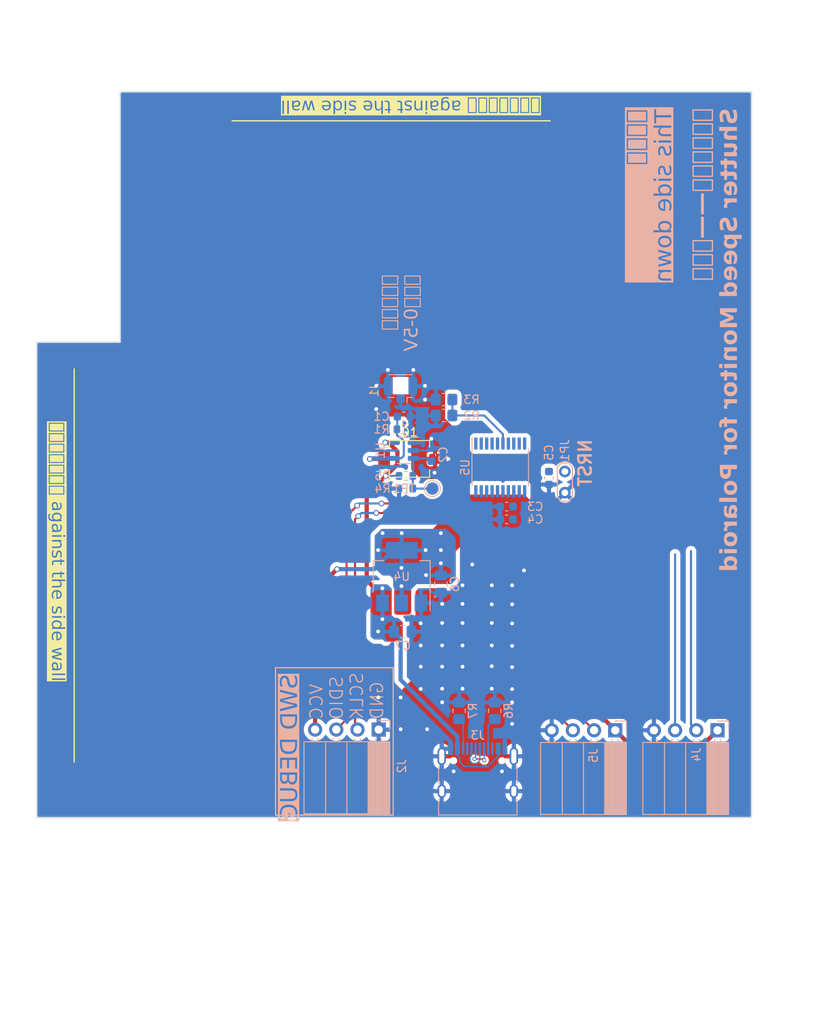
<source format=kicad_pcb>
(kicad_pcb (version 20221018) (generator pcbnew)
  (layers (0 "F.Cu" signal) (31 "B.Cu" signal) (34 "B.Paste" user) (35 "F.Paste" user) (36 "B.SilkS" user "B.Silkscreen") (37 "F.SilkS" user "F.Silkscreen") (38 "B.Mask" user) (39 "F.Mask" user) (44 "Edge.Cuts" user))
  (net 0 "")
  (net 1 "Net-(D1-K)")
  (net 2 "Net-(U1-+)")
  (net 3 "GND")
  (net 4 "+5V")
  (net 5 "+3.3V")
  (net 6 "/UART2_TX")
  (net 7 "/UART2_RX")
  (net 8 "/SWDIO")
  (net 9 "/SWCLK")
  (net 10 "/NRST")
  (net 11 "/I2C2_SCL")
  (net 12 "/I2C2_SDA")
  (net 13 "/Light_out")
  (net 14 "/USB+")
  (net 15 "/USB-")
  (net 18 "Net-(J3-CC1)")
  (net 19 "Net-(J3-CC2)")
  (net 25 "/ADC1_IN0")
  (net 26 "/ADC1_IN1")
  (footprint "OptoDevice:Osram_SFH2440" (layer "F.Cu") (at 94.8 89.4)
    (fp_text reference "D1" (at 0.01 -3.2) (layer "F.SilkS"))
    (fp_text value "SFH2440")
    (pad "1" smd roundrect locked (at -3.05 0 180) (size 1.4 2) (layers "F.Cu" "F.Mask") (roundrect_rratio 0.125) (net 1 "Net-(D1-K)"))
    (pad "2" smd roundrect locked (at 3.05 0 180) (size 1.4 1.2) (layers "F.Cu" "F.Mask") (roundrect_rratio 0.125) (net 3 "GND"))
  )
  (footprint "Package_SO:TSSOP-20_4.4x6.5mm_P0.65mm" (layer "B.Cu") (at 105.664 90.424 -90)
    (fp_text reference "U5" (at 0 4.2 90) (layer "B.SilkS") (effects (justify mirror)))
    (fp_text value "STM32F070F6Px")
    (pad "1" smd roundrect (at -2.8625 2.925 270) (size 1.475 0.4) (layers "B.Cu" "B.Paste" "B.Mask"))
    (pad "2" smd roundrect (at -2.8625 2.275 270) (size 1.475 0.4) (layers "B.Cu" "B.Paste" "B.Mask") (net 12 "/I2C2_SDA"))
    (pad "3" smd roundrect (at -2.8625 1.625 270) (size 1.475 0.4) (layers "B.Cu" "B.Paste" "B.Mask") (net 11 "/I2C2_SCL"))
    (pad "4" smd roundrect (at -2.8625 0.975 270) (size 1.475 0.4) (layers "B.Cu" "B.Paste" "B.Mask") (net 10 "/NRST"))
    (pad "5" smd roundrect (at -2.8625 0.325 270) (size 1.475 0.4) (layers "B.Cu" "B.Paste" "B.Mask"))
    (pad "6" smd roundrect (at -2.8625 -0.325 270) (size 1.475 0.4) (layers "B.Cu" "B.Paste" "B.Mask") (net 25 "/ADC1_IN0"))
    (pad "7" smd roundrect (at -2.8625 -0.975 270) (size 1.475 0.4) (layers "B.Cu" "B.Paste" "B.Mask") (net 26 "/ADC1_IN1"))
    (pad "8" smd roundrect (at -2.8625 -1.625 270) (size 1.475 0.4) (layers "B.Cu" "B.Paste" "B.Mask") (net 6 "/UART2_TX"))
    (pad "9" smd roundrect (at -2.8625 -2.275 270) (size 1.475 0.4) (layers "B.Cu" "B.Paste" "B.Mask") (net 7 "/UART2_RX"))
    (pad "10" smd roundrect (at -2.8625 -2.925 270) (size 1.475 0.4) (layers "B.Cu" "B.Paste" "B.Mask"))
    (pad "11" smd roundrect (at 2.8625 -2.925 270) (size 1.475 0.4) (layers "B.Cu" "B.Paste" "B.Mask"))
    (pad "12" smd roundrect (at 2.8625 -2.275 270) (size 1.475 0.4) (layers "B.Cu" "B.Paste" "B.Mask"))
    (pad "13" smd roundrect (at 2.8625 -1.625 270) (size 1.475 0.4) (layers "B.Cu" "B.Paste" "B.Mask"))
    (pad "14" smd roundrect (at 2.8625 -0.975 270) (size 1.475 0.4) (layers "B.Cu" "B.Paste" "B.Mask"))
    (pad "15" smd roundrect (at 2.8625 -0.325 270) (size 1.475 0.4) (layers "B.Cu" "B.Paste" "B.Mask") (net 3 "GND"))
    (pad "16" smd roundrect (at 2.8625 0.325 270) (size 1.475 0.4) (layers "B.Cu" "B.Paste" "B.Mask") (net 5 "+3.3V"))
    (pad "17" smd roundrect (at 2.8625 0.975 270) (size 1.475 0.4) (layers "B.Cu" "B.Paste" "B.Mask") (net 15 "/USB-"))
    (pad "18" smd roundrect (at 2.8625 1.625 270) (size 1.475 0.4) (layers "B.Cu" "B.Paste" "B.Mask") (net 14 "/USB+"))
    (pad "19" smd roundrect (at 2.8625 2.275 270) (size 1.475 0.4) (layers "B.Cu" "B.Paste" "B.Mask") (net 8 "/SWDIO"))
    (pad "20" smd roundrect (at 2.8625 2.925 270) (size 1.475 0.4) (layers "B.Cu" "B.Paste" "B.Mask") (net 9 "/SWCLK"))
  )
  (footprint "Resistor_SMD:R_0603_1608Metric" (layer "B.Cu") (at 94.361 92.964)
    (fp_text reference "R4" (at -2.794 0) (layer "B.SilkS") (effects (justify mirror)))
    (fp_text value "330k")
    (pad "1" smd roundrect (at -0.825 0) (size 0.8 0.95) (layers "B.Cu" "B.Paste" "B.Mask") (net 3 "GND"))
    (pad "2" smd roundrect (at 0.825 0) (size 0.8 0.95) (layers "B.Cu" "B.Paste" "B.Mask") (net 2 "Net-(U1-+)"))
  )
  (footprint "Capacitor_SMD:C_0805_2012Metric_Pad1.18x1.45mm_HandSolder" (layer "B.Cu") (at 98.552 104.394 -90)
    (fp_text reference "C6" (at 0 -1.651 90) (layer "B.SilkS") (effects (justify mirror)))
    (fp_text value "22uF")
    (pad "1" smd roundrect (at -1.0375 0 270) (size 1.175 1.45) (layers "B.Cu" "B.Paste" "B.Mask") (roundrect_rratio 0.212766) (net 5 "+3.3V"))
    (pad "2" smd roundrect (at 1.0375 0 270) (size 1.175 1.45) (layers "B.Cu" "B.Paste" "B.Mask") (roundrect_rratio 0.212766) (net 3 "GND"))
  )
  (footprint "Capacitor_SMD:C_0603_1608Metric" (layer "B.Cu") (at 94.107 84.328)
    (fp_text reference "C1" (at -2.667 0) (layer "B.SilkS") (effects (justify mirror)))
    (fp_text value "(0.7pF)")
    (pad "1" smd roundrect (at -0.775 0) (size 0.9 0.95) (layers "B.Cu" "B.Paste" "B.Mask") (net 1 "Net-(D1-K)"))
    (pad "2" smd roundrect (at 0.775 0) (size 0.9 0.95) (layers "B.Cu" "B.Paste" "B.Mask") (net 13 "/Light_out"))
  )
  (footprint "TestPoint:TestPoint_Pad_D1.5mm" (layer "B.Cu") (at 97.536 92.964 90)
    (fp_text reference "TP1" (at 0 -3.429 180) (layer "B.SilkS") (effects (justify mirror)))
    (fp_text value "REF0")
    (pad "1" smd circle (at 0 0 90) (size 1.5 1.5) (layers "B.Cu" "B.Mask") (net 2 "Net-(U1-+)"))
  )
  (footprint "Connector_PinSocket_2.54mm:PinSocket_1x04_P2.54mm_Horizontal" (layer "B.Cu") (at 131.699 121.92 90)
    (fp_text reference "J4" (at -2.921 -2.54 90) (layer "B.SilkS") (effects (justify mirror)))
    (fp_text value "Conn_01x04_Socket")
    (pad "1" thru_hole rect (at 0 0 90) (size 1.7 1.7) (drill 1) (layers "*.Cu" "*.Mask") (net 5 "+3.3V"))
    (pad "2" thru_hole oval (at 0 -2.54 90) (size 1.7 1.7) (drill 1) (layers "*.Cu" "*.Mask") (net 11 "/I2C2_SCL"))
    (pad "3" thru_hole oval (at 0 -5.08 90) (size 1.7 1.7) (drill 1) (layers "*.Cu" "*.Mask") (net 12 "/I2C2_SDA"))
    (pad "4" thru_hole oval (at 0 -7.62 90) (size 1.7 1.7) (drill 1) (layers "*.Cu" "*.Mask") (net 3 "GND"))
  )
  (footprint "Capacitor_SMD:C_0603_1608Metric" (layer "B.Cu") (at 106.426 96.647 180)
    (fp_text reference "C4" (at -3.429 0) (layer "B.SilkS") (effects (justify mirror)))
    (fp_text value "4.7uF")
    (pad "1" smd roundrect (at -0.775 0 180) (size 0.9 0.95) (layers "B.Cu" "B.Paste" "B.Mask") (net 5 "+3.3V"))
    (pad "2" smd roundrect (at 0.775 0 180) (size 0.9 0.95) (layers "B.Cu" "B.Paste" "B.Mask") (net 3 "GND"))
  )
  (footprint "Connector_Coaxial:U.FL_Hirose_U.FL-R-SMT-1_Vertical" (layer "B.Cu") (at 93.726 81.153 90)
    (fp_text reference "J1" (at 0 -3.175 270) (layer "B.SilkS") (effects (justify mirror)))
    (fp_text value "Conn_Coaxial")
    (pad "1" smd roundrect (at -1.05 0 90) (size 1.05 1) (layers "B.Cu" "B.Paste" "B.Mask") (net 13 "/Light_out"))
    (pad "2" smd roundrect (at 0.475 -1.475 90) (size 2.2 1.05) (layers "B.Cu" "B.Paste" "B.Mask") (roundrect_rratio 0.2380952381) (net 3 "GND"))
    (pad "2" smd roundrect (at 0.475 1.475 90) (size 2.2 1.05) (layers "B.Cu" "B.Paste" "B.Mask") (roundrect_rratio 0.2380952381) (net 3 "GND"))
    (zone (net 0) (net_name "") (layers "*.Cu") (connect_pads (clearance 0)) (min_thickness 0.25)
      (keepout (tracks not_allowed) (vias not_allowed) (pads not_allowed) (copperpour not_allowed) (footprints allowed))
      (fill (thermal_gap 0.5) (thermal_bridge_width 0.5))
      (polygon (pts (xy 94.676 79.578) (xy 94.676 81.668) (xy 92.776 81.668) (xy 92.776 79.578)))
    )
  )
  (footprint "Connector_PinSocket_2.54mm:PinSocket_1x04_P2.54mm_Horizontal" (layer "B.Cu") (at 91.099 121.838 90)
    (fp_text reference "J2" (at -4.38 2.77 90) (layer "B.SilkS") (effects (justify mirror)))
    (fp_text value "Conn_01x04_Socket")
    (pad "1" thru_hole rect (at 0 0 90) (size 1.7 1.7) (drill 1) (layers "*.Cu" "*.Mask") (net 3 "GND"))
    (pad "2" thru_hole oval (at 0 -2.54 90) (size 1.7 1.7) (drill 1) (layers "*.Cu" "*.Mask") (net 9 "/SWCLK"))
    (pad "3" thru_hole oval (at 0 -5.08 90) (size 1.7 1.7) (drill 1) (layers "*.Cu" "*.Mask") (net 8 "/SWDIO"))
    (pad "4" thru_hole oval (at 0 -7.62 90) (size 1.7 1.7) (drill 1) (layers "*.Cu" "*.Mask") (net 5 "+3.3V"))
  )
  (footprint "Connector_PinSocket_2.54mm:PinSocket_1x04_P2.54mm_Horizontal" (layer "B.Cu") (at 119.449 121.92 90)
    (fp_text reference "J5" (at -3.048 -2.609 90) (layer "B.SilkS") (effects (justify mirror)))
    (fp_text value "Conn_01x04_Socket")
    (pad "1" thru_hole rect (at 0 0 90) (size 1.7 1.7) (drill 1) (layers "*.Cu" "*.Mask") (net 5 "+3.3V"))
    (pad "2" thru_hole oval (at 0 -2.54 90) (size 1.7 1.7) (drill 1) (layers "*.Cu" "*.Mask") (net 6 "/UART2_TX"))
    (pad "3" thru_hole oval (at 0 -5.08 90) (size 1.7 1.7) (drill 1) (layers "*.Cu" "*.Mask") (net 7 "/UART2_RX"))
    (pad "4" thru_hole oval (at 0 -7.62 90) (size 1.7 1.7) (drill 1) (layers "*.Cu" "*.Mask") (net 3 "GND"))
  )
  (footprint "Capacitor_SMD:C_0603_1608Metric" (layer "B.Cu") (at 106.426 95.123 180)
    (fp_text reference "C3" (at -3.429 0) (layer "B.SilkS") (effects (justify mirror)))
    (fp_text value "100nF")
    (pad "1" smd roundrect (at -0.775 0 180) (size 0.9 0.95) (layers "B.Cu" "B.Paste" "B.Mask") (net 5 "+3.3V"))
    (pad "2" smd roundrect (at 0.775 0 180) (size 0.9 0.95) (layers "B.Cu" "B.Paste" "B.Mask") (net 3 "GND"))
  )
  (footprint "Resistor_SMD:R_0805_2012Metric_Pad1.20x1.40mm_HandSolder" (layer "B.Cu") (at 105.0036 119.5832 90)
    (fp_text reference "R6" (at 0 1.65 90) (layer "B.SilkS") (effects (justify mirror)))
    (fp_text value "1k")
    (pad "1" smd roundrect (at -1 0 90) (size 1.2 1.4) (layers "B.Cu" "B.Paste" "B.Mask") (roundrect_rratio 0.208333) (net 18 "Net-(J3-CC1)"))
    (pad "2" smd roundrect (at 1 0 90) (size 1.2 1.4) (layers "B.Cu" "B.Paste" "B.Mask") (roundrect_rratio 0.208333) (net 3 "GND"))
  )
  (footprint "TestPoint:TestPoint_2Pads_Pitch2.54mm_Drill0.8mm" (layer "B.Cu") (at 113.411 93.452 90)
    (fp_text reference "JP1" (at 5.06 0 90) (layer "B.SilkS") (effects (justify mirror)))
    (fp_text value "Jumper_2_Open")
    (pad "1" thru_hole circle (at 0 0 90) (size 1.4 1.4) (drill 0.8) (layers "*.Cu" "*.Mask") (net 3 "GND"))
    (pad "2" thru_hole circle (at 2.54 0 90) (size 1.4 1.4) (drill 0.8) (layers "*.Cu" "*.Mask") (net 10 "/NRST"))
  )
  (footprint "Connector_USB:USB_C_Receptacle_HRO_TYPE-C-31-M-12" (layer "B.Cu") (at 102.9716 128.1684 180)
    (fp_text reference "J3" (at 0 5.645) (layer "B.SilkS") (effects (justify mirror)))
    (fp_text value "USB_C_Receptacle_USB2.0")
    (pad "" np_thru_hole circle (at -2.89 2.6 180) (size 0.65 0.65) (drill 0.65) (layers "*.Cu" "*.Mask"))
    (pad "" np_thru_hole circle (at 2.89 2.6 180) (size 0.65 0.65) (drill 0.65) (layers "*.Cu" "*.Mask"))
    (pad "A1" smd rect (at -3.25 4.045 180) (size 0.6 1.45) (layers "B.Cu" "B.Paste" "B.Mask") (net 3 "GND"))
    (pad "A4" smd rect (at -2.45 4.045 180) (size 0.6 1.45) (layers "B.Cu" "B.Paste" "B.Mask") (net 4 "+5V"))
    (pad "A5" smd rect (at -1.25 4.045 180) (size 0.3 1.45) (layers "B.Cu" "B.Paste" "B.Mask") (net 18 "Net-(J3-CC1)"))
    (pad "A6" smd rect (at -0.25 4.045 180) (size 0.3 1.45) (layers "B.Cu" "B.Paste" "B.Mask") (net 14 "/USB+"))
    (pad "A7" smd rect (at 0.25 4.045 180) (size 0.3 1.45) (layers "B.Cu" "B.Paste" "B.Mask") (net 15 "/USB-"))
    (pad "A8" smd rect (at 1.25 4.045 180) (size 0.3 1.45) (layers "B.Cu" "B.Paste" "B.Mask"))
    (pad "A9" smd rect (at 2.45 4.045 180) (size 0.6 1.45) (layers "B.Cu" "B.Paste" "B.Mask") (net 4 "+5V"))
    (pad "A12" smd rect (at 3.25 4.045 180) (size 0.6 1.45) (layers "B.Cu" "B.Paste" "B.Mask") (net 3 "GND"))
    (pad "B1" smd rect (at 3.25 4.045 180) (size 0.6 1.45) (layers "B.Cu" "B.Paste" "B.Mask") (net 3 "GND"))
    (pad "B4" smd rect (at 2.45 4.045 180) (size 0.6 1.45) (layers "B.Cu" "B.Paste" "B.Mask") (net 4 "+5V"))
    (pad "B5" smd rect (at 1.75 4.045 180) (size 0.3 1.45) (layers "B.Cu" "B.Paste" "B.Mask") (net 19 "Net-(J3-CC2)"))
    (pad "B6" smd rect (at 0.75 4.045 180) (size 0.3 1.45) (layers "B.Cu" "B.Paste" "B.Mask") (net 14 "/USB+"))
    (pad "B7" smd rect (at -0.75 4.045 180) (size 0.3 1.45) (layers "B.Cu" "B.Paste" "B.Mask") (net 15 "/USB-"))
    (pad "B8" smd rect (at -1.75 4.045 180) (size 0.3 1.45) (layers "B.Cu" "B.Paste" "B.Mask"))
    (pad "B9" smd rect (at -2.45 4.045 180) (size 0.6 1.45) (layers "B.Cu" "B.Paste" "B.Mask") (net 4 "+5V"))
    (pad "B12" smd rect (at -3.25 4.045 180) (size 0.6 1.45) (layers "B.Cu" "B.Paste" "B.Mask") (net 3 "GND"))
    (pad "S1" thru_hole oval (at -4.32 -1.05 180) (size 1 1.6) (drill oval 0.6 1.2) (layers "*.Cu" "*.Mask") (net 3 "GND"))
    (pad "S1" thru_hole oval (at -4.32 3.13 180) (size 1 2.1) (drill oval 0.6 1.7) (layers "*.Cu" "*.Mask") (net 3 "GND"))
    (pad "S1" thru_hole oval (at 4.32 -1.05 180) (size 1 1.6) (drill oval 0.6 1.2) (layers "*.Cu" "*.Mask") (net 3 "GND"))
    (pad "S1" thru_hole oval (at 4.32 3.13 180) (size 1 2.1) (drill oval 0.6 1.7) (layers "*.Cu" "*.Mask") (net 3 "GND"))
  )
  (footprint "Resistor_SMD:R_0603_1608Metric" (layer "B.Cu") (at 94.107 85.852)
    (fp_text reference "R1" (at -2.667 0) (layer "B.SilkS") (effects (justify mirror)))
    (fp_text value "(240k)")
    (pad "1" smd roundrect (at -0.825 0) (size 0.8 0.95) (layers "B.Cu" "B.Paste" "B.Mask") (net 1 "Net-(D1-K)"))
    (pad "2" smd roundrect (at 0.825 0) (size 0.8 0.95) (layers "B.Cu" "B.Paste" "B.Mask") (net 13 "/Light_out"))
  )
  (footprint "Capacitor_SMD:C_0805_2012Metric_Pad1.18x1.45mm_HandSolder" (layer "B.Cu") (at 93.98 110.109)
    (fp_text reference "C7" (at 0 1.68) (layer "B.SilkS") (effects (justify mirror)))
    (fp_text value "22uF")
    (pad "1" smd roundrect (at -1.0375 0) (size 1.175 1.45) (layers "B.Cu" "B.Paste" "B.Mask") (roundrect_rratio 0.212766) (net 4 "+5V"))
    (pad "2" smd roundrect (at 1.0375 0) (size 1.175 1.45) (layers "B.Cu" "B.Paste" "B.Mask") (roundrect_rratio 0.212766) (net 3 "GND"))
  )
  (footprint "Package_TO_SOT_SMD:SOT-223-3_TabPin2" (layer "B.Cu") (at 93.853 103.505 90)
    (fp_text reference "U4" (at 0 0 180) (layer "B.SilkS") (effects (justify mirror)))
    (fp_text value "AMS1117-3.3")
    (pad "1" smd rect (at -3.15 2.3 90) (size 2 1.5) (layers "B.Cu" "B.Paste" "B.Mask") (net 3 "GND"))
    (pad "2" smd rect (at -3.15 0 90) (size 2 1.5) (layers "B.Cu" "B.Paste" "B.Mask") (net 5 "+3.3V"))
    (pad "2" smd rect (at 3.15 0 90) (size 2 3.8) (layers "B.Cu" "B.Paste" "B.Mask") (net 5 "+3.3V"))
    (pad "3" smd rect (at -3.15 -2.3 90) (size 2 1.5) (layers "B.Cu" "B.Paste" "B.Mask") (net 4 "+5V"))
  )
  (footprint "Capacitor_SMD:C_0603_1608Metric" (layer "B.Cu") (at 97.409 88.9 90)
    (fp_text reference "C2" (at 0 1.43 90) (layer "B.SilkS") (effects (justify mirror)))
    (fp_text value "1uF")
    (pad "1" smd roundrect (at -0.775 0 90) (size 0.9 0.95) (layers "B.Cu" "B.Paste" "B.Mask") (net 2 "Net-(U1-+)"))
    (pad "2" smd roundrect (at 0.775 0 90) (size 0.9 0.95) (layers "B.Cu" "B.Paste" "B.Mask") (net 3 "GND"))
  )
  (footprint "Capacitor_SMD:C_0603_1608Metric" (layer "B.Cu") (at 111.506 91.694 90)
    (fp_text reference "C5" (at 3.048 0 90) (layer "B.SilkS") (effects (justify mirror)))
    (fp_text value "100nF")
    (pad "1" smd roundrect (at -0.775 0 90) (size 0.9 0.95) (layers "B.Cu" "B.Paste" "B.Mask") (net 3 "GND"))
    (pad "2" smd roundrect (at 0.775 0 90) (size 0.9 0.95) (layers "B.Cu" "B.Paste" "B.Mask") (net 10 "/NRST"))
  )
  (footprint "Resistor_SMD:R_0805_2012Metric_Pad1.20x1.40mm_HandSolder" (layer "B.Cu") (at 98.933 82.296 180)
    (fp_text reference "R3" (at -3.302 0) (layer "B.SilkS") (effects (justify mirror)))
    (fp_text value "150k")
    (pad "1" smd roundrect (at -1 0 180) (size 1.2 1.4) (layers "B.Cu" "B.Paste" "B.Mask") (roundrect_rratio 0.208333) (net 25 "/ADC1_IN0"))
    (pad "2" smd roundrect (at 1 0 180) (size 1.2 1.4) (layers "B.Cu" "B.Paste" "B.Mask") (roundrect_rratio 0.208333) (net 3 "GND"))
  )
  (footprint "Resistor_SMD:R_0805_2012Metric_Pad1.20x1.40mm_HandSolder" (layer "B.Cu") (at 98.933 84.201)
    (fp_text reference "R2" (at 3.302 0) (layer "B.SilkS") (effects (justify mirror)))
    (fp_text value "91k")
    (pad "1" smd roundrect (at -1 0) (size 1.2 1.4) (layers "B.Cu" "B.Paste" "B.Mask") (roundrect_rratio 0.208333) (net 13 "/Light_out"))
    (pad "2" smd roundrect (at 1 0) (size 1.2 1.4) (layers "B.Cu" "B.Paste" "B.Mask") (roundrect_rratio 0.208333) (net 25 "/ADC1_IN0"))
  )
  (footprint "Package_TO_SOT_SMD:SOT-23-5" (layer "B.Cu") (at 94.107 88.392 180)
    (fp_text reference "U1" (at 2.794 0 270) (layer "B.SilkS") (effects (justify mirror)))
    (fp_text value "OPA365xxDBV")
    (pad "1" smd roundrect (at -1.1375 0.95 180) (size 1.325 0.6) (layers "B.Cu" "B.Paste" "B.Mask") (net 13 "/Light_out"))
    (pad "2" smd roundrect (at -1.1375 0 180) (size 1.325 0.6) (layers "B.Cu" "B.Paste" "B.Mask") (net 3 "GND"))
    (pad "3" smd roundrect (at -1.1375 -0.95 180) (size 1.325 0.6) (layers "B.Cu" "B.Paste" "B.Mask") (net 2 "Net-(U1-+)"))
    (pad "4" smd roundrect (at 1.1375 -0.95 180) (size 1.325 0.6) (layers "B.Cu" "B.Paste" "B.Mask") (net 1 "Net-(D1-K)"))
    (pad "5" smd roundrect (at 1.1375 0.95 180) (size 1.325 0.6) (layers "B.Cu" "B.Paste" "B.Mask") (net 4 "+5V"))
  )
  (footprint "Resistor_SMD:R_0603_1608Metric" (layer "B.Cu") (at 94.361 91.44 180)
    (fp_text reference "R5" (at 2.794 0) (layer "B.SilkS") (effects (justify mirror)))
    (fp_text value "6.8k")
    (pad "1" smd roundrect (at -0.825 0 180) (size 0.8 0.95) (layers "B.Cu" "B.Paste" "B.Mask") (net 2 "Net-(U1-+)"))
    (pad "2" smd roundrect (at 0.825 0 180) (size 0.8 0.95) (layers "B.Cu" "B.Paste" "B.Mask") (net 4 "+5V"))
  )
  (footprint "Resistor_SMD:R_0805_2012Metric_Pad1.20x1.40mm_HandSolder" (layer "B.Cu") (at 100.7364 119.5832 90)
    (fp_text reference "R7" (at 0 1.65 90) (layer "B.SilkS") (effects (justify mirror)))
    (fp_text value "(1k)DNF")
    (pad "1" smd roundrect (at -1 0 90) (size 1.2 1.4) (layers "B.Cu" "B.Paste" "B.Mask") (roundrect_rratio 0.208333) (net 19 "Net-(J3-CC2)"))
    (pad "2" smd roundrect (at 1 0 90) (size 1.2 1.4) (layers "B.Cu" "B.Paste" "B.Mask") (roundrect_rratio 0.208333) (net 3 "GND"))
  )
  (gr_rect (start 78.74 114.427) (end 92.837 132.08) (stroke (width 0.15)) (fill none) (layer "B.SilkS"))
  (gr_line (start 73.533 48.895) (end 111.633 48.895) (stroke (width 0.15)) (layer "F.SilkS"))
  (gr_line (start 54.61 78.613) (end 54.61 125.73) (stroke (width 0.15)) (layer "F.SilkS"))
  (gr_line (start 50.1 132.4) (end 50.1 75.4) (stroke (width 0.1)) (layer "Edge.Cuts"))
  (gr_line (start 135.8 45.4) (end 135.8 132.4) (stroke (width 0.1)) (layer "Edge.Cuts"))
  (gr_line (start 135.8 132.4) (end 50.1 132.4) (stroke (width 0.1)) (layer "Edge.Cuts"))
  (gr_line (start 50.1 75.4) (end 60.1 75.4) (stroke (width 0.1)) (layer "Edge.Cuts"))
  (gr_line (start 60.1 45.4) (end 135.8 45.4) (stroke (width 0.1)) (layer "Edge.Cuts"))
  (gr_line (start 60.1 75.4) (end 60.1 45.4) (stroke (width 0.1)) (layer "Edge.Cuts"))
  (gr_text "连接示波器\n输出：0-5V" (at 96.012 67.31 90) (layer "B.SilkS") (effects (font (size 1.6 1.6)) (justify left bottom mirror)))
  (gr_text "此面向下\nThis side down" (at 126.492 47.498 90) (layer "B.SilkS" knockout) (effects (font (size 2 2)) (justify left bottom mirror)))
  (gr_text "NRST" (at 116.713 86.868 90) (layer "B.SilkS") (effects (font (size 1.5 1.5) (thickness 0.3) bold) (justify left bottom mirror)))
  (gr_text "快门速度测试——宝丽来\nShutter Speed Monitor for Polaroid" (at 134.366 47.371 90) (layer "B.SilkS") (effects (font (size 2 2) (thickness 0.3) bold) (justify left bottom mirror)))
  (gr_text "SWD DEBUG" (at 81.661 115.189 90) (layer "B.SilkS" knockout) (effects (font (size 2 2) (thickness 0.3)) (justify left bottom mirror)))
  (gr_text "VCC\nSDIO\nSCLK\nGND" (at 91.764 120.728 90) (layer "B.SilkS") (effects (font (size 1.5 1.5)) (justify right bottom mirror)))
  (gr_text "紧贴相纸盒侧壁 against the side wall" (at 51.689 84.963 270) (layer "F.SilkS" knockout) (effects (font (size 1.5 1.5)) (justify left bottom)))
  (gr_text "紧贴相纸盒侧壁 against the side wall" (at 110.49 46.228 180) (layer "F.SilkS" knockout) (effects (font (size 1.5 1.5)) (justify left bottom)))
  (segment (start 90.051 89.4) (end 91.75 89.4) (width 0.508) (layer "F.Cu") (net 1))
  (segment (start 90.043 89.408) (end 90.051 89.4) (width 0.508) (layer "F.Cu") (net 1))
  (via (at 90.043 89.408) (size 0.7) (drill 0.45) (layers "F.Cu" "B.Cu") (net 1))
  (segment (start 94.107 89.027) (end 93.792 89.342) (width 0.254) (layer "B.Cu") (net 1))
  (segment (start 93.282 85.852) (end 93.282 86.551) (width 0.254) (layer "B.Cu") (net 1))
  (segment (start 93.792 89.342) (end 92.9695 89.342) (width 0.254) (layer "B.Cu") (net 1))
  (segment (start 93.332 84.328) (end 93.332 85.802) (width 0.254) (layer "B.Cu") (net 1))
  (segment (start 94.107 87.24242) (end 94.107 89.027) (width 0.254) (layer "B.Cu") (net 1))
  (segment (start 93.282 86.551) (end 93.546 86.815) (width 0.254) (layer "B.Cu") (net 1))
  (segment (start 93.332 85.802) (end 93.282 85.852) (width 0.254) (layer "B.Cu") (net 1))
  (segment (start 90.043 89.408) (end 90.109 89.342) (width 0.508) (layer "B.Cu") (net 1))
  (segment (start 93.67958 86.815) (end 94.107 87.24242) (width 0.254) (layer "B.Cu") (net 1))
  (segment (start 90.109 89.342) (end 92.9695 89.342) (width 0.508) (layer "B.Cu") (net 1))
  (segment (start 93.546 86.815) (end 93.67958 86.815) (width 0.254) (layer "B.Cu") (net 1))
  (segment (start 95.2445 89.342) (end 95.25 89.342) (width 0.254) (layer "B.Cu") (net 2))
  (segment (start 95.2445 91.3815) (end 95.186 91.44) (width 0.254) (layer "B.Cu") (net 2))
  (segment (start 95.186 91.44) (end 95.186 92.964) (width 0.25) (layer "B.Cu") (net 2))
  (segment (start 97.076 89.342) (end 97.409 89.675) (width 0.254) (layer "B.Cu") (net 2))
  (segment (start 95.2445 89.342) (end 97.076 89.342) (width 0.254) (layer "B.Cu") (net 2))
  (segment (start 95.2445 89.342) (end 95.2445 91.3815) (width 0.254) (layer "B.Cu") (net 2))
  (segment (start 95.186 92.964) (end 97.536 92.964) (width 0.254) (layer "B.Cu") (net 2))
  (segment (start 99.433 89.4) (end 99.441 89.408) (width 0.254) (layer "F.Cu") (net 3))
  (segment (start 97.85 89.4) (end 99.433 89.4) (width 0.254) (layer "F.Cu") (net 3))
  (via (at 101.1428 106.7816) (size 0.7) (drill 0.45) (layers "F.Cu" "B.Cu") (net 3))
  (via (at 96.139 109.093) (size 0.7) (drill 0.45) (layers "F.Cu" "B.Cu") (net 3))
  (via (at 107.0864 116.9924) (size 0.7) (drill 0.45) (layers "F.Cu" "B.Cu") (net 3))
  (via (at 101.1428 116.9416) (size 0.7) (drill 0.45) (layers "F.Cu" "B.Cu") (net 3))
  (via (at 98.7044 114.3) (size 0.7) (drill 0.45) (layers "F.Cu" "B.Cu") (net 3))
  (via (at 104.648 109.0676) (size 0.7) (drill 0.45) (layers "F.Cu" "B.Cu") (net 3))
  (via (at 104.648 111.76) (size 0.7) (drill 0.45) (layers "F.Cu" "B.Cu") (net 3))
  (via (at 101.1428 114.3) (size 0.7) (drill 0.45) (layers "F.Cu" "B.Cu") (net 3))
  (via (at 105.8672 126.8476) (size 0.7) (drill 0.45) (layers "F.Cu" "B.Cu") (net 3))
  (via (at 92.202 78.74) (size 0.7) (drill 0.45) (layers "F.Cu" "B.Cu") (net 3))
  (via (at 97.79 91.059) (size 0.7) (drill 0.45) (layers "F.Cu" "B.Cu") (net 3))
  (via (at 90.805 83.439) (size 0.7) (drill 0.45) (layers "F.Cu" "B.Cu") (net 3))
  (via (at 107.0864 111.8108) (size 0.7) (drill 0.45) (layers "F.Cu" "B.Cu") (net 3))
  (via (at 100.076 126.8476) (size 0.7) (drill 0.45) (layers "F.Cu" "B.Cu") (net 3))
  (via (at 95.25 78.74) (size 0.7) (drill 0.45) (layers "F.Cu" "B.Cu") (net 3))
  (via (at 96.139 116.967) (size 0.7) (drill 0.45) (layers "F.Cu" "B.Cu") (net 3))
  (via (at 96.139 114.3) (size 0.7) (drill 0.45) (layers "F.Cu" "B.Cu") (net 3))
  (via (at 107.0864 118.5672) (size 0.7) (drill 0.45) (layers "F.Cu" "B.Cu") (net 3))
  (via (at 107.0864 121.158) (size 0.7) (drill 0.45) (layers "F.Cu" "B.Cu") (net 3))
  (via (at 98.7044 116.9416) (size 0.7) (drill 0.45) (layers "F.Cu" "B.Cu") (net 3))
  (via (at 97.409 86.995) (size 0.7) (drill 0.45) (layers "F.Cu" "B.Cu") (net 3))
  (via (at 101.1428 111.76) (size 0.7) (drill 0.45) (layers "F.Cu" "B.Cu") (net 3))
  (via (at 99.441 89.408) (size 0.7) (drill 0.45) (layers "F.Cu" "B.Cu") (net 3))
  (via (at 101.1428 109.0676) (size 0.7) (drill 0.45) (layers "F.Cu" "B.Cu") (net 3))
  (via (at 104.648 104.5464) (size 0.7) (drill 0.45) (layers "F.Cu" "B.Cu") (net 3))
  (via (at 107.0864 104.5464) (size 0.7) (drill 0.45) (layers "F.Cu" "B.Cu") (net 3))
  (via (at 98.7044 111.76) (size 0.7) (drill 0.45) (layers "F.Cu" "B.Cu") (net 3))
  (via (at 104.648 114.2492) (size 0.7) (drill 0.45) (layers "F.Cu" "B.Cu") (net 3))
  (via (at 101.1428 104.5464) (size 0.7) (drill 0.45) (layers "F.Cu" "B.Cu") (net 3))
  (via (at 90.805 80.645) (size 0.7) (drill 0.45) (layers "F.Cu" "B.Cu") (net 3))
  (via (at 104.648 106.8324) (size 0.7) (drill 0.45) (layers "F.Cu" "B.Cu") (net 3))
  (via (at 107.0864 109.1184) (size 0.7) (drill 0.45) (layers "F.Cu" "B.Cu") (net 3))
  (via (at 102.3112 102.0572) (size 0.7) (drill 0.45) (layers "F.Cu" "B.Cu") (net 3))
  (via (at 98.7044 106.7816) (size 0.7) (drill 0.45) (layers "F.Cu" "B.Cu") (net 3))
  (via (at 108.5088 102.7684) (size 0.7) (drill 0.45) (layers "F.Cu" "B.Cu") (net 3))
  (via (at 93.726 117.983) (size 0.7) (drill 0.45) (layers "F.Cu" "B.Cu") (net 3))
  (via (at 98.7044 109.0676) (size 0.7) (drill 0.45) (layers "F.Cu" "B.Cu") (net 3))
  (via (at 98.7044 118.5672) (size 0.7) (drill 0.45) (layers "F.Cu" "B.Cu") (net 3))
  (via (at 91.059 117.983) (size 0.7) (drill 0.45) (layers "F.Cu" "B.Cu") (net 3))
  (via (at 96.647 82.296) (size 0.7) (drill 0.45) (layers "F.Cu" "B.Cu") (net 3))
  (via (at 107.0864 114.3508) (size 0.7) (drill 0.45) (layers "F.Cu" "B.Cu") (net 3))
  (via (at 93.726 121.793) (size 0.7) (drill 0.45) (layers "F.Cu" "B.Cu") (net 3))
  (via (at 96.647 80.645) (size 0.7) (drill 0.45) (layers "F.Cu" "B.Cu") (net 3))
  (via (at 96.139 111.76) (size 0.7) (drill 0.45) (layers "F.Cu" "B.Cu") (net 3))
  (via (at 96.901 121.793) (size 0.7) (drill 0.45) (layers "F.Cu" "B.Cu") (net 3))
  (via (at 104.648 116.9416) (size 0.7) (drill 0.45) (layers "F.Cu" "B.Cu") (net 3))
  (via (at 107.0864 106.8324) (size 0.7) (drill 0.45) (layers "F.Cu" "B.Cu") (net 3))
  (segment (start 97.933 82.296) (end 96.647 82.296) (width 0.254) (layer "B.Cu") (net 3))
  (segment (start 99.7216 124.1234) (end 99.7216 123.2928) (width 0.508) (layer "B.Cu") (net 3))
  (segment (start 99.7216 123.2928) (end 99.1616 122.7328) (width 0.508) (layer "B.Cu") (net 3))
  (segment (start 97.409 88.125) (end 97.409 86.995) (width 0.254) (layer "B.Cu") (net 3))
  (segment (start 106.2216 124.1234) (end 106.2216 122.4292) (width 0.508) (layer "B.Cu") (net 3))
  (segment (start 106.2216 122.4292) (end 106.2736 122.3772) (width 0.508) (layer "B.Cu") (net 3))
  (segment (start 95.2445 88.392) (end 97.142 88.392) (width 0.254) (layer "B.Cu") (net 3))
  (segment (start 97.5067 105.4315) (end 97.1296 105.0544) (width 0.254) (layer "B.Cu") (net 3))
  (segment (start 98.552 105.4315) (end 97.5067 105.4315) (width 0.254) (layer "B.Cu") (net 3))
  (segment (start 97.142 88.392) (end 97.409 88.125) (width 0.254) (layer "B.Cu") (net 3))
  (segment (start 89.662 93.726) (end 89.662 103.9368) (width 0.508) (layer "F.Cu") (net 4))
  (segment (start 92.268 87.442) (end 91.887 87.442) (width 0.508) (layer "F.Cu") (net 4))
  (segment (start 93.345 90.04939) (end 93.345 88.519) (width 0.508) (layer "F.Cu") (net 4))
  (segment (start 91.948 91.44) (end 91.95439 91.44) (width 0.508) (layer "F.Cu") (net 4))
  (segment (start 90.6272 104.902) (end 91.5416 104.902) (width 0.508) (layer "F.Cu") (net 4))
  (segment (start 93.345 88.519) (end 92.268 87.442) (width 0.508) (layer "F.Cu") (net 4))
  (segment (start 91.948 91.44) (end 89.662 93.726) (width 0.508) (layer "F.Cu") (net 4))
  (segment (start 89.662 103.9368) (end 90.6272 104.902) (width 0.508) (layer "F.Cu") (net 4))
  (segment (start 91.95439 91.44) (end 93.345 90.04939) (width 0.508) (layer "F.Cu") (net 4))
  (via (at 91.5416 104.902) (size 0.7) (drill 0.45) (layers "F.Cu" "B.Cu") (net 4))
  (via (at 91.948 91.44) (size 0.7) (drill 0.45) (layers "F.Cu" "B.Cu") (net 4))
  (via (at 91.887 87.442) (size 0.7) (drill 0.45) (layers "F.Cu" "B.Cu") (net 4))
  (via (at 91.5416 108.6104) (size 0.7) (drill 0.45) (layers "F.Cu" "B.Cu") (net 4))
  (via (at 91.0336 110.0836) (size 0.7) (drill 0.45) (layers "F.Cu" "B.Cu") (net 4))
  (segment (start 101.3744 126.2664) (end 100.838 125.73) (width 0.15) (layer "B.Cu") (net 4))
  (segment (start 105.4216 124.1234) (end 105.4216 124.9984) (width 0.15) (layer "B.Cu") (net 4))
  (segment (start 93.726 110.8925) (end 92.9425 110.109) (width 0.508) (layer "B.Cu") (net 4))
  (segment (start 100.5216 122.6704) (end 93.726 115.8748) (width 0.508) (layer "B.Cu") (net 4))
  (segment (start 105.4216 124.9984) (end 104.1536 126.2664) (width 0.15) (layer "B.Cu") (net 4))
  (segment (start 91.948 91.44) (end 93.536 91.44) (width 0.254) (layer "B.Cu") (net 4))
  (segment (start 93.726 115.8748) (end 93.726 110.8925) (width 0.508) (layer "B.Cu") (net 4))
  (segment (start 100.838 125.73) (end 100.838 125.2728) (width 0.15) (layer "B.Cu") (net 4))
  (segment (start 100.5216 124.1234) (end 100.5216 122.6704) (width 0.508) (layer "B.Cu") (net 4))
  (segment (start 100.838 125.2728) (end 100.5216 124.9564) (width 0.15) (layer "B.Cu") (net 4))
  (segment (start 100.5216 124.9564) (end 100.5216 124.1234) (width 0.15) (layer "B.Cu") (net 4))
  (segment (start 104.1536 126.2664) (end 101.3744 126.2664) (width 0.15) (layer "B.Cu") (net 4))
  (segment (start 91.887 87.442) (end 92.9695 87.442) (width 0.254) (layer "B.Cu") (net 4))
  (segment (start 86.106 102.616) (end 83.479 105.243) (width 0.508) (layer "F.Cu") (net 5))
  (segment (start 121.735 124.206) (end 129.413 124.206) (width 0.508) (layer "F.Cu") (net 5))
  (segment (start 119.449 121.92) (end 121.735 124.206) (width 0.508) (layer "F.Cu") (net 5))
  (segment (start 114.681 117.152) (end 119.449 121.92) (width 0.508) (layer "F.Cu") (net 5))
  (segment (start 129.413 124.206) (end 131.699 121.92) (width 0.508) (layer "F.Cu") (net 5))
  (segment (start 83.479 105.243) (end 83.479 121.838) (width 0.508) (layer "F.Cu") (net 5))
  (via (at 91.567 98.298) (size 0.7) (drill 0.45) (layers "F.Cu" "B.Cu") (net 5))
  (via (at 96.7232 100.33) (size 0.7) (drill 0.45) (layers "F.Cu" "B.Cu") (net 5))
  (via (at 91.0336 100.33) (size 0.7) (drill 0.45) (layers "F.Cu" "B.Cu") (net 5))
  (via (at 86.106 102.616) (size 0.7) (drill 0.45) (layers "F.Cu" "B.Cu") (net 5))
  (via (at 93.853 98.298) (size 0.7) (drill 0.45) (layers "F.Cu" "B.Cu") (net 5))
  (via (at 98.552 101.9048) (size 0.7) (drill 0.45) (layers "F.Cu" "B.Cu") (net 5))
  (via (at 98.552 98.298) (size 0.7) (drill 0.45) (layers "F.Cu" "B.Cu") (net 5))
  (via (at 96.774 103.3272) (size 0.7) (drill 0.45) (layers "F.Cu" "B.Cu") (net 5))
  (via (at 93.8276 102.4636) (size 0.7) (drill 0.45) (layers "F.Cu" "B.Cu") (net 5))
  (via (at 98.552 100.33) (size 0.7) (drill 0.45) (layers "F.Cu" "B.Cu") (net 5))
  (via (at 93.8276 104.648) (size 0.7) (drill 0.45) (layers "F.Cu" "B.Cu") (net 5))
  (segment (start 86.106 102.616) (end 90.551 102.616) (width 0.508) (layer "B.Cu") (net 5))
  (segment (start 92.812 100.355) (end 93.853 100.355) (width 0.508) (layer "B.Cu") (net 5))
  (segment (start 90.551 102.616) (end 92.812 100.355) (width 0.508) (layer "B.Cu") (net 5))
  (segment (start 111.887 116.898) (end 116.909 121.92) (width 0.254) (layer "F.Cu") (net 6))
  (segment (start 110.744 118.295) (end 114.369 121.92) (width 0.254) (layer "F.Cu") (net 7))
  (segment (start 96.52 94.742) (end 91.44 94.742) (width 0.254) (layer "F.Cu") (net 8))
  (segment (start 87.249 120.608) (end 86.019 121.838) (width 0.254) (layer "F.Cu") (net 8))
  (segment (start 87.249 96.266) (end 87.249 120.608) (width 0.254) (layer "F.Cu") (net 8))
  (segment (start 88.519 94.996) (end 87.249 96.266) (width 0.254) (layer "F.Cu") (net 8))
  (via (at 88.519 94.996) (size 0.7) (drill 0.45) (layers "F.Cu" "B.Cu") (net 8))
  (via (at 91.44 94.742) (size 0.7) (drill 0.45) (layers "F.Cu" "B.Cu") (net 8))
  (segment (start 88.773 94.742) (end 91.44 94.742) (width 0.254) (layer "B.Cu") (net 8))
  (segment (start 88.519 94.996) (end 88.773 94.742) (width 0.254) (layer "B.Cu") (net 8))
  (segment (start 90.805 95.885) (end 96.774 95.885) (width 0.254) (layer "F.Cu") (net 9))
  (segment (start 88.265 96.647) (end 88.265 121.544) (width 0.254) (layer "F.Cu") (net 9))
  (segment (start 88.646 96.266) (end 88.265 96.647) (width 0.254) (layer "F.Cu") (net 9))
  (segment (start 88.265 121.544) (end 88.559 121.838) (width 0.254) (layer "F.Cu") (net 9))
  (via (at 90.805 95.885) (size 0.7) (drill 0.45) (layers "F.Cu" "B.Cu") (net 9))
  (via (at 88.646 96.266) (size 0.7) (drill 0.45) (layers "F.Cu" "B.Cu") (net 9))
  (segment (start 89.027 95.885) (end 88.646 96.266) (width 0.254) (layer "B.Cu") (net 9))
  (segment (start 90.805 95.885) (end 89.027 95.885) (width 0.254) (layer "B.Cu") (net 9))
  (segment (start 128.524 100.457) (end 128.524 121.285) (width 0.254) (layer "B.Cu") (net 11))
  (segment (start 128.524 121.285) (end 129.159 121.92) (width 0.254) (layer "B.Cu") (net 11))
  (segment (start 126.619 100.838) (end 126.619 121.92) (width 0.254) (layer "B.Cu") (net 12))
  (segment (start 94.882 84.328) (end 94.882 85.802) (width 0.254) (layer "B.Cu") (net 13))
  (segment (start 94.882 85.802) (end 94.932 85.852) (width 0.254) (layer "B.Cu") (net 13))
  (segment (start 94.932 85.852) (end 94.932 87.1295) (width 0.254) (layer "B.Cu") (net 13))
  (segment (start 94.932 87.1295) (end 95.2445 87.442) (width 0.254) (layer "B.Cu") (net 13))
  (segment (start 102.0552 125.123137) (end 102.0552 125.575563) (width 0.15) (layer "B.Cu") (net 14))
  (segment (start 102.2216 124.956737) (end 102.0552 125.123137) (width 0.15) (layer "B.Cu") (net 14))
  (segment (start 102.362237 125.8826) (end 102.851 125.8826) (width 0.15) (layer "B.Cu") (net 14))
  (segment (start 103.2216 125.512) (end 103.2216 124.1234) (width 0.15) (layer "B.Cu") (net 14))
  (segment (start 102.0552 125.575563) (end 102.362237 125.8826) (width 0.15) (layer "B.Cu") (net 14))
  (segment (start 102.2216 124.1234) (end 102.2216 124.956737) (width 0.15) (layer "B.Cu") (net 14))
  (segment (start 103.1966 124.0984) (end 103.2216 124.1234) (width 0.2) (layer "B.Cu") (net 14))
  (segment (start 102.851 125.8826) (end 103.2216 125.512) (width 0.15) (layer "B.Cu") (net 14))
  (segment (start 103.593984 125.3576) (end 103.7461 125.509716) (width 0.15) (layer "F.Cu") (net 15))
  (segment (start 102.5797 125.3576) (end 103.593984 125.3576) (width 0.15) (layer "F.Cu") (net 15))
  (via (at 103.7461 125.509716) (size 0.5) (drill 0.3) (layers "F.Cu" "B.Cu") (net 15))
  (via (at 102.5797 125.3576) (size 0.5) (drill 0.3) (layers "F.Cu" "B.Cu") (net 15))
  (segment (start 103.7461 124.1479) (end 103.7216 124.1234) (width 0.15) (layer "B.Cu") (net 15))
  (segment (start 102.7216 125.2157) (end 102.7216 124.1234) (width 0.15) (layer "B.Cu") (net 15))
  (segment (start 103.7461 125.509716) (end 103.7461 124.1479) (width 0.15) (layer "B.Cu") (net 15))
  (segment (start 102.5797 125.3576) (end 102.7216 125.2157) (width 0.15) (layer "B.Cu") (net 15))
  (segment (start 102.7466 124.0984) (end 102.7216 124.1234) (width 0.2) (layer "B.Cu") (net 15))
  (segment (start 104.2216 124.1234) (end 104.2216 121.3652) (width 0.15) (layer "B.Cu") (net 18))
  (segment (start 104.2216 121.3652) (end 105.0036 120.5832) (width 0.15) (layer "B.Cu") (net 18))
  (segment (start 101.2216 121.0684) (end 101.2216 124.1234) (width 0.15) (layer "B.Cu") (net 19))
  (segment (start 100.7364 120.5832) (end 101.2216 121.0684) (width 0.15) (layer "B.Cu") (net 19))
  (segment (start 103.759 84.201) (end 105.989 86.431) (width 0.25) (layer "B.Cu") (net 25))
  (segment (start 99.933 84.201) (end 103.759 84.201) (width 0.25) (layer "B.Cu") (net 25))
  (segment (start 99.933 82.296) (end 99.933 84.201) (width 0.254) (layer "B.Cu") (net 25))
  (segment (start 105.989 86.431) (end 105.989 87.5615) (width 0.25) (layer "B.Cu") (net 25))
  (zone (net 3) (net_name "GND") (layer "F.Cu") (priority 2) (connect_pads (clearance 0.3)) (min_thickness 0.2) (fill yes (thermal_gap 0.3) (thermal_bridge_width 0.5))
    (polygon (pts (xy 99.06 91.821) (xy 100.076 90.805) (xy 100.076 85.598) (xy 99.06 84.582) (xy 99.06 81.28) (xy 98.044 80.264) (xy 97.409 80.264) (xy 96.647 79.502) (xy 96.647 78.613) (xy 96.012 78.105) (xy 91.186 78.105) (xy 90.17 79.121) (xy 90.17 83.82) (xy 90.805 84.328) (xy 94.234 84.328) (xy 94.996 85.09) (xy 94.996 90.678) (xy 96.139 91.821)))
  )
  (zone (net 3) (net_name "GND") (layer "F.Cu") (priority 6) (connect_pads (clearance 0.3)) (min_thickness 0.25) (fill yes (thermal_gap 0.5) (thermal_bridge_width 0.5))
    (polygon (pts (xy 107.696 100.4824) (xy 102.4128 100.4824) (xy 100.9904 101.854) (xy 100.9904 104.7496) (xy 99.9236 105.5624) (xy 98.298 105.5624) (xy 97.6884 106.172) (xy 97.6884 126.3396) (xy 99.0092 127.6604) (xy 106.426 127.6604) (xy 107.7468 126.4412) (xy 107.7468 105.7656) (xy 108.966 104.648) (xy 108.966 101.7524)))
  )
  (zone (net 5) (net_name "+3.3V") (layer "F.Cu") (priority 4) (connect_pads (clearance 0.3)) (min_thickness 0.25) (fill yes (thermal_gap 0.5) (thermal_bridge_width 0.5))
    (polygon (pts (xy 97.4344 99.1108) (xy 100.1776 100.6348) (xy 100.9904 99.822) (xy 107.8992 99.822) (xy 110.3376 102.1588) (xy 110.3376 103.6828) (xy 110.8456 104.14) (xy 114.4016 104.14) (xy 114.808 103.5812) (xy 114.808 99.2632) (xy 114.0968 98.6536) (xy 110.8964 98.6536) (xy 109.22 97.2312) (xy 109.22 94.3356) (xy 108.6104 93.6752) (xy 101.7524 93.6752) (xy 97.4344 97.9424)))
  )
  (zone (net 3) (net_name "GND") (layer "F.Cu") (priority 7) (connect_pads (clearance 0.3)) (min_thickness 0.25) (fill yes (thermal_gap 0.5) (thermal_bridge_width 0.5))
    (polygon (pts (xy 97.79 105.664) (xy 99.06 105.664) (xy 98.298 104.902) (xy 95.885 104.902) (xy 95.504 105.283) (xy 95.504 108.204) (xy 94.869 108.839) (xy 94.869 116.078) (xy 93.726 117.221) (xy 90.551 117.221) (xy 89.662 118.11) (xy 89.662 122.682) (xy 90.297 123.317) (xy 96.647 123.317) (xy 97.79 124.333)))
  )
  (zone (net 5) (net_name "+3.3V") (layers "F&B.Cu") (priority 3) (connect_pads (clearance 0.3)) (min_thickness 0.25) (fill yes (thermal_gap 0.5) (thermal_bridge_width 0.5))
    (polygon (pts (xy 90.6272 98.6028) (xy 90.6272 102.5144) (xy 91.567 103.378) (xy 92.456 103.378) (xy 92.837 103.759) (xy 92.837 107.823) (xy 93.218 108.077) (xy 94.742 108.077) (xy 94.996 107.823) (xy 94.996 105.029) (xy 95.631 104.394) (xy 99.822 104.394) (xy 100.33 103.886) (xy 100.33 98.8568) (xy 99.2124 97.79) (xy 91.44 97.79)))
  )
  (zone (net 4) (net_name "+5V") (layers "F&B.Cu") (priority 5) (connect_pads (clearance 0.3)) (min_thickness 0.25) (fill yes (thermal_gap 0.5) (thermal_bridge_width 0.5))
    (polygon (pts (xy 92.6592 104.9528) (xy 92.1512 104.4448) (xy 90.5256 104.4448) (xy 90.1192 104.902) (xy 90.1192 110.6932) (xy 90.5764 111.0488) (xy 91.5924 111.0488) (xy 91.8464 111.3028) (xy 93.7768 111.3028) (xy 93.98 111.0996) (xy 93.98 108.966) (xy 93.4212 108.458) (xy 93.0148 108.458) (xy 92.6592 108.1532)))
  )
  (zone (net 13) (net_name "/Light_out") (layer "B.Cu") (priority 1) (connect_pads (clearance 0.3)) (min_thickness 0.2) (fill yes (thermal_gap 0.3) (thermal_bridge_width 0.5))
    (polygon (pts (xy 93.98 88.265) (xy 96.393 88.265) (xy 96.647 87.884) (xy 96.647 86.36) (xy 97.409 85.725) (xy 98.552 85.725) (xy 98.933 85.217) (xy 98.933 83.439) (xy 98.552 83.185) (xy 95.123 83.185) (xy 94.488 82.55) (xy 94.488 81.661) (xy 94.234 81.407) (xy 93.21038 81.407) (xy 92.964 81.661) (xy 92.964 83.185) (xy 93.218 83.439) (xy 93.599 83.439) (xy 93.98 83.82)))
  )
  (zone (net 3) (net_name "GND") (layer "B.Cu") (connect_pads (clearance 0.5)) (min_thickness 0.25) (fill yes (thermal_gap 0.5) (thermal_bridge_width 0.5))
    (polygon (pts (xy 46.609 38.227) (xy 45.72 156.464) (xy 143.383 157.099) (xy 142.875 34.417)))
  )
)
</source>
